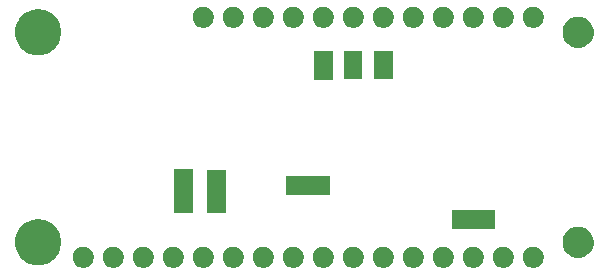
<source format=gbr>
G04 #@! TF.GenerationSoftware,KiCad,Pcbnew,(5.1.5)-2*
G04 #@! TF.CreationDate,2019-12-06T12:22:02+01:00*
G04 #@! TF.ProjectId,A2BFeatherWing,41324246-6561-4746-9865-7257696e672e,rev?*
G04 #@! TF.SameCoordinates,Original*
G04 #@! TF.FileFunction,Soldermask,Bot*
G04 #@! TF.FilePolarity,Negative*
%FSLAX46Y46*%
G04 Gerber Fmt 4.6, Leading zero omitted, Abs format (unit mm)*
G04 Created by KiCad (PCBNEW (5.1.5)-2) date 2019-12-06 12:22:02*
%MOMM*%
%LPD*%
G04 APERTURE LIST*
%ADD10C,0.100000*%
G04 APERTURE END LIST*
D10*
G36*
X99173512Y-121023927D02*
G01*
X99322812Y-121053624D01*
X99486784Y-121121544D01*
X99634354Y-121220147D01*
X99759853Y-121345646D01*
X99858456Y-121493216D01*
X99926376Y-121657188D01*
X99961000Y-121831259D01*
X99961000Y-122008741D01*
X99926376Y-122182812D01*
X99858456Y-122346784D01*
X99759853Y-122494354D01*
X99634354Y-122619853D01*
X99486784Y-122718456D01*
X99322812Y-122786376D01*
X99173512Y-122816073D01*
X99148742Y-122821000D01*
X98971258Y-122821000D01*
X98946488Y-122816073D01*
X98797188Y-122786376D01*
X98633216Y-122718456D01*
X98485646Y-122619853D01*
X98360147Y-122494354D01*
X98261544Y-122346784D01*
X98193624Y-122182812D01*
X98159000Y-122008741D01*
X98159000Y-121831259D01*
X98193624Y-121657188D01*
X98261544Y-121493216D01*
X98360147Y-121345646D01*
X98485646Y-121220147D01*
X98633216Y-121121544D01*
X98797188Y-121053624D01*
X98946488Y-121023927D01*
X98971258Y-121019000D01*
X99148742Y-121019000D01*
X99173512Y-121023927D01*
G37*
G36*
X96633512Y-121023927D02*
G01*
X96782812Y-121053624D01*
X96946784Y-121121544D01*
X97094354Y-121220147D01*
X97219853Y-121345646D01*
X97318456Y-121493216D01*
X97386376Y-121657188D01*
X97421000Y-121831259D01*
X97421000Y-122008741D01*
X97386376Y-122182812D01*
X97318456Y-122346784D01*
X97219853Y-122494354D01*
X97094354Y-122619853D01*
X96946784Y-122718456D01*
X96782812Y-122786376D01*
X96633512Y-122816073D01*
X96608742Y-122821000D01*
X96431258Y-122821000D01*
X96406488Y-122816073D01*
X96257188Y-122786376D01*
X96093216Y-122718456D01*
X95945646Y-122619853D01*
X95820147Y-122494354D01*
X95721544Y-122346784D01*
X95653624Y-122182812D01*
X95619000Y-122008741D01*
X95619000Y-121831259D01*
X95653624Y-121657188D01*
X95721544Y-121493216D01*
X95820147Y-121345646D01*
X95945646Y-121220147D01*
X96093216Y-121121544D01*
X96257188Y-121053624D01*
X96406488Y-121023927D01*
X96431258Y-121019000D01*
X96608742Y-121019000D01*
X96633512Y-121023927D01*
G37*
G36*
X111873512Y-121023927D02*
G01*
X112022812Y-121053624D01*
X112186784Y-121121544D01*
X112334354Y-121220147D01*
X112459853Y-121345646D01*
X112558456Y-121493216D01*
X112626376Y-121657188D01*
X112661000Y-121831259D01*
X112661000Y-122008741D01*
X112626376Y-122182812D01*
X112558456Y-122346784D01*
X112459853Y-122494354D01*
X112334354Y-122619853D01*
X112186784Y-122718456D01*
X112022812Y-122786376D01*
X111873512Y-122816073D01*
X111848742Y-122821000D01*
X111671258Y-122821000D01*
X111646488Y-122816073D01*
X111497188Y-122786376D01*
X111333216Y-122718456D01*
X111185646Y-122619853D01*
X111060147Y-122494354D01*
X110961544Y-122346784D01*
X110893624Y-122182812D01*
X110859000Y-122008741D01*
X110859000Y-121831259D01*
X110893624Y-121657188D01*
X110961544Y-121493216D01*
X111060147Y-121345646D01*
X111185646Y-121220147D01*
X111333216Y-121121544D01*
X111497188Y-121053624D01*
X111646488Y-121023927D01*
X111671258Y-121019000D01*
X111848742Y-121019000D01*
X111873512Y-121023927D01*
G37*
G36*
X109333512Y-121023927D02*
G01*
X109482812Y-121053624D01*
X109646784Y-121121544D01*
X109794354Y-121220147D01*
X109919853Y-121345646D01*
X110018456Y-121493216D01*
X110086376Y-121657188D01*
X110121000Y-121831259D01*
X110121000Y-122008741D01*
X110086376Y-122182812D01*
X110018456Y-122346784D01*
X109919853Y-122494354D01*
X109794354Y-122619853D01*
X109646784Y-122718456D01*
X109482812Y-122786376D01*
X109333512Y-122816073D01*
X109308742Y-122821000D01*
X109131258Y-122821000D01*
X109106488Y-122816073D01*
X108957188Y-122786376D01*
X108793216Y-122718456D01*
X108645646Y-122619853D01*
X108520147Y-122494354D01*
X108421544Y-122346784D01*
X108353624Y-122182812D01*
X108319000Y-122008741D01*
X108319000Y-121831259D01*
X108353624Y-121657188D01*
X108421544Y-121493216D01*
X108520147Y-121345646D01*
X108645646Y-121220147D01*
X108793216Y-121121544D01*
X108957188Y-121053624D01*
X109106488Y-121023927D01*
X109131258Y-121019000D01*
X109308742Y-121019000D01*
X109333512Y-121023927D01*
G37*
G36*
X106793512Y-121023927D02*
G01*
X106942812Y-121053624D01*
X107106784Y-121121544D01*
X107254354Y-121220147D01*
X107379853Y-121345646D01*
X107478456Y-121493216D01*
X107546376Y-121657188D01*
X107581000Y-121831259D01*
X107581000Y-122008741D01*
X107546376Y-122182812D01*
X107478456Y-122346784D01*
X107379853Y-122494354D01*
X107254354Y-122619853D01*
X107106784Y-122718456D01*
X106942812Y-122786376D01*
X106793512Y-122816073D01*
X106768742Y-122821000D01*
X106591258Y-122821000D01*
X106566488Y-122816073D01*
X106417188Y-122786376D01*
X106253216Y-122718456D01*
X106105646Y-122619853D01*
X105980147Y-122494354D01*
X105881544Y-122346784D01*
X105813624Y-122182812D01*
X105779000Y-122008741D01*
X105779000Y-121831259D01*
X105813624Y-121657188D01*
X105881544Y-121493216D01*
X105980147Y-121345646D01*
X106105646Y-121220147D01*
X106253216Y-121121544D01*
X106417188Y-121053624D01*
X106566488Y-121023927D01*
X106591258Y-121019000D01*
X106768742Y-121019000D01*
X106793512Y-121023927D01*
G37*
G36*
X104253512Y-121023927D02*
G01*
X104402812Y-121053624D01*
X104566784Y-121121544D01*
X104714354Y-121220147D01*
X104839853Y-121345646D01*
X104938456Y-121493216D01*
X105006376Y-121657188D01*
X105041000Y-121831259D01*
X105041000Y-122008741D01*
X105006376Y-122182812D01*
X104938456Y-122346784D01*
X104839853Y-122494354D01*
X104714354Y-122619853D01*
X104566784Y-122718456D01*
X104402812Y-122786376D01*
X104253512Y-122816073D01*
X104228742Y-122821000D01*
X104051258Y-122821000D01*
X104026488Y-122816073D01*
X103877188Y-122786376D01*
X103713216Y-122718456D01*
X103565646Y-122619853D01*
X103440147Y-122494354D01*
X103341544Y-122346784D01*
X103273624Y-122182812D01*
X103239000Y-122008741D01*
X103239000Y-121831259D01*
X103273624Y-121657188D01*
X103341544Y-121493216D01*
X103440147Y-121345646D01*
X103565646Y-121220147D01*
X103713216Y-121121544D01*
X103877188Y-121053624D01*
X104026488Y-121023927D01*
X104051258Y-121019000D01*
X104228742Y-121019000D01*
X104253512Y-121023927D01*
G37*
G36*
X101713512Y-121023927D02*
G01*
X101862812Y-121053624D01*
X102026784Y-121121544D01*
X102174354Y-121220147D01*
X102299853Y-121345646D01*
X102398456Y-121493216D01*
X102466376Y-121657188D01*
X102501000Y-121831259D01*
X102501000Y-122008741D01*
X102466376Y-122182812D01*
X102398456Y-122346784D01*
X102299853Y-122494354D01*
X102174354Y-122619853D01*
X102026784Y-122718456D01*
X101862812Y-122786376D01*
X101713512Y-122816073D01*
X101688742Y-122821000D01*
X101511258Y-122821000D01*
X101486488Y-122816073D01*
X101337188Y-122786376D01*
X101173216Y-122718456D01*
X101025646Y-122619853D01*
X100900147Y-122494354D01*
X100801544Y-122346784D01*
X100733624Y-122182812D01*
X100699000Y-122008741D01*
X100699000Y-121831259D01*
X100733624Y-121657188D01*
X100801544Y-121493216D01*
X100900147Y-121345646D01*
X101025646Y-121220147D01*
X101173216Y-121121544D01*
X101337188Y-121053624D01*
X101486488Y-121023927D01*
X101511258Y-121019000D01*
X101688742Y-121019000D01*
X101713512Y-121023927D01*
G37*
G36*
X73773512Y-121023927D02*
G01*
X73922812Y-121053624D01*
X74086784Y-121121544D01*
X74234354Y-121220147D01*
X74359853Y-121345646D01*
X74458456Y-121493216D01*
X74526376Y-121657188D01*
X74561000Y-121831259D01*
X74561000Y-122008741D01*
X74526376Y-122182812D01*
X74458456Y-122346784D01*
X74359853Y-122494354D01*
X74234354Y-122619853D01*
X74086784Y-122718456D01*
X73922812Y-122786376D01*
X73773512Y-122816073D01*
X73748742Y-122821000D01*
X73571258Y-122821000D01*
X73546488Y-122816073D01*
X73397188Y-122786376D01*
X73233216Y-122718456D01*
X73085646Y-122619853D01*
X72960147Y-122494354D01*
X72861544Y-122346784D01*
X72793624Y-122182812D01*
X72759000Y-122008741D01*
X72759000Y-121831259D01*
X72793624Y-121657188D01*
X72861544Y-121493216D01*
X72960147Y-121345646D01*
X73085646Y-121220147D01*
X73233216Y-121121544D01*
X73397188Y-121053624D01*
X73546488Y-121023927D01*
X73571258Y-121019000D01*
X73748742Y-121019000D01*
X73773512Y-121023927D01*
G37*
G36*
X94093512Y-121023927D02*
G01*
X94242812Y-121053624D01*
X94406784Y-121121544D01*
X94554354Y-121220147D01*
X94679853Y-121345646D01*
X94778456Y-121493216D01*
X94846376Y-121657188D01*
X94881000Y-121831259D01*
X94881000Y-122008741D01*
X94846376Y-122182812D01*
X94778456Y-122346784D01*
X94679853Y-122494354D01*
X94554354Y-122619853D01*
X94406784Y-122718456D01*
X94242812Y-122786376D01*
X94093512Y-122816073D01*
X94068742Y-122821000D01*
X93891258Y-122821000D01*
X93866488Y-122816073D01*
X93717188Y-122786376D01*
X93553216Y-122718456D01*
X93405646Y-122619853D01*
X93280147Y-122494354D01*
X93181544Y-122346784D01*
X93113624Y-122182812D01*
X93079000Y-122008741D01*
X93079000Y-121831259D01*
X93113624Y-121657188D01*
X93181544Y-121493216D01*
X93280147Y-121345646D01*
X93405646Y-121220147D01*
X93553216Y-121121544D01*
X93717188Y-121053624D01*
X93866488Y-121023927D01*
X93891258Y-121019000D01*
X94068742Y-121019000D01*
X94093512Y-121023927D01*
G37*
G36*
X91553512Y-121023927D02*
G01*
X91702812Y-121053624D01*
X91866784Y-121121544D01*
X92014354Y-121220147D01*
X92139853Y-121345646D01*
X92238456Y-121493216D01*
X92306376Y-121657188D01*
X92341000Y-121831259D01*
X92341000Y-122008741D01*
X92306376Y-122182812D01*
X92238456Y-122346784D01*
X92139853Y-122494354D01*
X92014354Y-122619853D01*
X91866784Y-122718456D01*
X91702812Y-122786376D01*
X91553512Y-122816073D01*
X91528742Y-122821000D01*
X91351258Y-122821000D01*
X91326488Y-122816073D01*
X91177188Y-122786376D01*
X91013216Y-122718456D01*
X90865646Y-122619853D01*
X90740147Y-122494354D01*
X90641544Y-122346784D01*
X90573624Y-122182812D01*
X90539000Y-122008741D01*
X90539000Y-121831259D01*
X90573624Y-121657188D01*
X90641544Y-121493216D01*
X90740147Y-121345646D01*
X90865646Y-121220147D01*
X91013216Y-121121544D01*
X91177188Y-121053624D01*
X91326488Y-121023927D01*
X91351258Y-121019000D01*
X91528742Y-121019000D01*
X91553512Y-121023927D01*
G37*
G36*
X89013512Y-121023927D02*
G01*
X89162812Y-121053624D01*
X89326784Y-121121544D01*
X89474354Y-121220147D01*
X89599853Y-121345646D01*
X89698456Y-121493216D01*
X89766376Y-121657188D01*
X89801000Y-121831259D01*
X89801000Y-122008741D01*
X89766376Y-122182812D01*
X89698456Y-122346784D01*
X89599853Y-122494354D01*
X89474354Y-122619853D01*
X89326784Y-122718456D01*
X89162812Y-122786376D01*
X89013512Y-122816073D01*
X88988742Y-122821000D01*
X88811258Y-122821000D01*
X88786488Y-122816073D01*
X88637188Y-122786376D01*
X88473216Y-122718456D01*
X88325646Y-122619853D01*
X88200147Y-122494354D01*
X88101544Y-122346784D01*
X88033624Y-122182812D01*
X87999000Y-122008741D01*
X87999000Y-121831259D01*
X88033624Y-121657188D01*
X88101544Y-121493216D01*
X88200147Y-121345646D01*
X88325646Y-121220147D01*
X88473216Y-121121544D01*
X88637188Y-121053624D01*
X88786488Y-121023927D01*
X88811258Y-121019000D01*
X88988742Y-121019000D01*
X89013512Y-121023927D01*
G37*
G36*
X86473512Y-121023927D02*
G01*
X86622812Y-121053624D01*
X86786784Y-121121544D01*
X86934354Y-121220147D01*
X87059853Y-121345646D01*
X87158456Y-121493216D01*
X87226376Y-121657188D01*
X87261000Y-121831259D01*
X87261000Y-122008741D01*
X87226376Y-122182812D01*
X87158456Y-122346784D01*
X87059853Y-122494354D01*
X86934354Y-122619853D01*
X86786784Y-122718456D01*
X86622812Y-122786376D01*
X86473512Y-122816073D01*
X86448742Y-122821000D01*
X86271258Y-122821000D01*
X86246488Y-122816073D01*
X86097188Y-122786376D01*
X85933216Y-122718456D01*
X85785646Y-122619853D01*
X85660147Y-122494354D01*
X85561544Y-122346784D01*
X85493624Y-122182812D01*
X85459000Y-122008741D01*
X85459000Y-121831259D01*
X85493624Y-121657188D01*
X85561544Y-121493216D01*
X85660147Y-121345646D01*
X85785646Y-121220147D01*
X85933216Y-121121544D01*
X86097188Y-121053624D01*
X86246488Y-121023927D01*
X86271258Y-121019000D01*
X86448742Y-121019000D01*
X86473512Y-121023927D01*
G37*
G36*
X83933512Y-121023927D02*
G01*
X84082812Y-121053624D01*
X84246784Y-121121544D01*
X84394354Y-121220147D01*
X84519853Y-121345646D01*
X84618456Y-121493216D01*
X84686376Y-121657188D01*
X84721000Y-121831259D01*
X84721000Y-122008741D01*
X84686376Y-122182812D01*
X84618456Y-122346784D01*
X84519853Y-122494354D01*
X84394354Y-122619853D01*
X84246784Y-122718456D01*
X84082812Y-122786376D01*
X83933512Y-122816073D01*
X83908742Y-122821000D01*
X83731258Y-122821000D01*
X83706488Y-122816073D01*
X83557188Y-122786376D01*
X83393216Y-122718456D01*
X83245646Y-122619853D01*
X83120147Y-122494354D01*
X83021544Y-122346784D01*
X82953624Y-122182812D01*
X82919000Y-122008741D01*
X82919000Y-121831259D01*
X82953624Y-121657188D01*
X83021544Y-121493216D01*
X83120147Y-121345646D01*
X83245646Y-121220147D01*
X83393216Y-121121544D01*
X83557188Y-121053624D01*
X83706488Y-121023927D01*
X83731258Y-121019000D01*
X83908742Y-121019000D01*
X83933512Y-121023927D01*
G37*
G36*
X81393512Y-121023927D02*
G01*
X81542812Y-121053624D01*
X81706784Y-121121544D01*
X81854354Y-121220147D01*
X81979853Y-121345646D01*
X82078456Y-121493216D01*
X82146376Y-121657188D01*
X82181000Y-121831259D01*
X82181000Y-122008741D01*
X82146376Y-122182812D01*
X82078456Y-122346784D01*
X81979853Y-122494354D01*
X81854354Y-122619853D01*
X81706784Y-122718456D01*
X81542812Y-122786376D01*
X81393512Y-122816073D01*
X81368742Y-122821000D01*
X81191258Y-122821000D01*
X81166488Y-122816073D01*
X81017188Y-122786376D01*
X80853216Y-122718456D01*
X80705646Y-122619853D01*
X80580147Y-122494354D01*
X80481544Y-122346784D01*
X80413624Y-122182812D01*
X80379000Y-122008741D01*
X80379000Y-121831259D01*
X80413624Y-121657188D01*
X80481544Y-121493216D01*
X80580147Y-121345646D01*
X80705646Y-121220147D01*
X80853216Y-121121544D01*
X81017188Y-121053624D01*
X81166488Y-121023927D01*
X81191258Y-121019000D01*
X81368742Y-121019000D01*
X81393512Y-121023927D01*
G37*
G36*
X78853512Y-121023927D02*
G01*
X79002812Y-121053624D01*
X79166784Y-121121544D01*
X79314354Y-121220147D01*
X79439853Y-121345646D01*
X79538456Y-121493216D01*
X79606376Y-121657188D01*
X79641000Y-121831259D01*
X79641000Y-122008741D01*
X79606376Y-122182812D01*
X79538456Y-122346784D01*
X79439853Y-122494354D01*
X79314354Y-122619853D01*
X79166784Y-122718456D01*
X79002812Y-122786376D01*
X78853512Y-122816073D01*
X78828742Y-122821000D01*
X78651258Y-122821000D01*
X78626488Y-122816073D01*
X78477188Y-122786376D01*
X78313216Y-122718456D01*
X78165646Y-122619853D01*
X78040147Y-122494354D01*
X77941544Y-122346784D01*
X77873624Y-122182812D01*
X77839000Y-122008741D01*
X77839000Y-121831259D01*
X77873624Y-121657188D01*
X77941544Y-121493216D01*
X78040147Y-121345646D01*
X78165646Y-121220147D01*
X78313216Y-121121544D01*
X78477188Y-121053624D01*
X78626488Y-121023927D01*
X78651258Y-121019000D01*
X78828742Y-121019000D01*
X78853512Y-121023927D01*
G37*
G36*
X76313512Y-121023927D02*
G01*
X76462812Y-121053624D01*
X76626784Y-121121544D01*
X76774354Y-121220147D01*
X76899853Y-121345646D01*
X76998456Y-121493216D01*
X77066376Y-121657188D01*
X77101000Y-121831259D01*
X77101000Y-122008741D01*
X77066376Y-122182812D01*
X76998456Y-122346784D01*
X76899853Y-122494354D01*
X76774354Y-122619853D01*
X76626784Y-122718456D01*
X76462812Y-122786376D01*
X76313512Y-122816073D01*
X76288742Y-122821000D01*
X76111258Y-122821000D01*
X76086488Y-122816073D01*
X75937188Y-122786376D01*
X75773216Y-122718456D01*
X75625646Y-122619853D01*
X75500147Y-122494354D01*
X75401544Y-122346784D01*
X75333624Y-122182812D01*
X75299000Y-122008741D01*
X75299000Y-121831259D01*
X75333624Y-121657188D01*
X75401544Y-121493216D01*
X75500147Y-121345646D01*
X75625646Y-121220147D01*
X75773216Y-121121544D01*
X75937188Y-121053624D01*
X76086488Y-121023927D01*
X76111258Y-121019000D01*
X76288742Y-121019000D01*
X76313512Y-121023927D01*
G37*
G36*
X70294579Y-118744112D02*
G01*
X70420544Y-118769168D01*
X70567991Y-118830243D01*
X70776512Y-118916615D01*
X70776513Y-118916616D01*
X71096877Y-119130676D01*
X71369324Y-119403123D01*
X71434723Y-119501000D01*
X71583385Y-119723488D01*
X71730832Y-120079457D01*
X71806000Y-120457349D01*
X71806000Y-120842651D01*
X71730832Y-121220543D01*
X71583385Y-121576512D01*
X71583384Y-121576513D01*
X71369324Y-121896877D01*
X71096877Y-122169324D01*
X70882816Y-122312355D01*
X70776512Y-122383385D01*
X70567991Y-122469757D01*
X70420544Y-122530832D01*
X70294579Y-122555888D01*
X70042651Y-122606000D01*
X69657349Y-122606000D01*
X69405421Y-122555888D01*
X69279456Y-122530832D01*
X69132009Y-122469757D01*
X68923488Y-122383385D01*
X68817184Y-122312355D01*
X68603123Y-122169324D01*
X68330676Y-121896877D01*
X68116616Y-121576513D01*
X68116615Y-121576512D01*
X67969168Y-121220543D01*
X67894000Y-120842651D01*
X67894000Y-120457349D01*
X67969168Y-120079457D01*
X68116615Y-119723488D01*
X68265277Y-119501000D01*
X68330676Y-119403123D01*
X68603123Y-119130676D01*
X68923487Y-118916616D01*
X68923488Y-118916615D01*
X69132009Y-118830243D01*
X69279456Y-118769168D01*
X69405421Y-118744112D01*
X69657349Y-118694000D01*
X70042651Y-118694000D01*
X70294579Y-118744112D01*
G37*
G36*
X115827714Y-119354382D02*
G01*
X115955322Y-119379765D01*
X116096148Y-119438097D01*
X116195727Y-119479344D01*
X116195728Y-119479345D01*
X116412089Y-119623912D01*
X116596088Y-119807911D01*
X116692685Y-119952479D01*
X116740656Y-120024273D01*
X116763513Y-120079456D01*
X116840235Y-120264678D01*
X116840235Y-120264680D01*
X116891000Y-120519891D01*
X116891000Y-120780109D01*
X116865618Y-120907714D01*
X116840235Y-121035322D01*
X116804520Y-121121544D01*
X116740656Y-121275727D01*
X116740655Y-121275728D01*
X116596088Y-121492089D01*
X116412089Y-121676088D01*
X116267521Y-121772685D01*
X116195727Y-121820656D01*
X116096148Y-121861903D01*
X115955322Y-121920235D01*
X115827715Y-121945617D01*
X115700109Y-121971000D01*
X115439891Y-121971000D01*
X115312285Y-121945617D01*
X115184678Y-121920235D01*
X115043852Y-121861903D01*
X114944273Y-121820656D01*
X114872479Y-121772685D01*
X114727911Y-121676088D01*
X114543912Y-121492089D01*
X114399345Y-121275728D01*
X114399344Y-121275727D01*
X114335480Y-121121544D01*
X114299765Y-121035322D01*
X114274382Y-120907714D01*
X114249000Y-120780109D01*
X114249000Y-120519891D01*
X114299765Y-120264680D01*
X114299765Y-120264678D01*
X114376487Y-120079456D01*
X114399344Y-120024273D01*
X114447315Y-119952479D01*
X114543912Y-119807911D01*
X114727911Y-119623912D01*
X114944272Y-119479345D01*
X114944273Y-119479344D01*
X115043852Y-119438097D01*
X115184678Y-119379765D01*
X115312286Y-119354382D01*
X115439891Y-119329000D01*
X115700109Y-119329000D01*
X115827714Y-119354382D01*
G37*
G36*
X108551000Y-119501000D02*
G01*
X104849000Y-119501000D01*
X104849000Y-117899000D01*
X108551000Y-117899000D01*
X108551000Y-119501000D01*
G37*
G36*
X85751000Y-118201000D02*
G01*
X84149000Y-118201000D01*
X84149000Y-114499000D01*
X85751000Y-114499000D01*
X85751000Y-118201000D01*
G37*
G36*
X82976000Y-118176000D02*
G01*
X81374000Y-118176000D01*
X81374000Y-114474000D01*
X82976000Y-114474000D01*
X82976000Y-118176000D01*
G37*
G36*
X94526000Y-116651000D02*
G01*
X90824000Y-116651000D01*
X90824000Y-115049000D01*
X94526000Y-115049000D01*
X94526000Y-116651000D01*
G37*
G36*
X94781000Y-106901000D02*
G01*
X93179000Y-106901000D01*
X93179000Y-104499000D01*
X94781000Y-104499000D01*
X94781000Y-106901000D01*
G37*
G36*
X97301000Y-106865000D02*
G01*
X95699000Y-106865000D01*
X95699000Y-104463000D01*
X97301000Y-104463000D01*
X97301000Y-106865000D01*
G37*
G36*
X99861000Y-106865000D02*
G01*
X98259000Y-106865000D01*
X98259000Y-104463000D01*
X99861000Y-104463000D01*
X99861000Y-106865000D01*
G37*
G36*
X70294579Y-100964112D02*
G01*
X70420544Y-100989168D01*
X70567991Y-101050243D01*
X70776512Y-101136615D01*
X70776513Y-101136616D01*
X71096877Y-101350676D01*
X71369324Y-101623123D01*
X71512355Y-101837184D01*
X71583385Y-101943488D01*
X71730832Y-102299457D01*
X71806000Y-102677349D01*
X71806000Y-103062651D01*
X71730832Y-103440543D01*
X71583385Y-103796512D01*
X71583384Y-103796513D01*
X71369324Y-104116877D01*
X71096877Y-104389324D01*
X70932735Y-104499000D01*
X70776512Y-104603385D01*
X70567991Y-104689757D01*
X70420544Y-104750832D01*
X70294579Y-104775888D01*
X70042651Y-104826000D01*
X69657349Y-104826000D01*
X69405421Y-104775888D01*
X69279456Y-104750832D01*
X69132009Y-104689757D01*
X68923488Y-104603385D01*
X68767265Y-104499000D01*
X68603123Y-104389324D01*
X68330676Y-104116877D01*
X68116616Y-103796513D01*
X68116615Y-103796512D01*
X67969168Y-103440543D01*
X67894000Y-103062651D01*
X67894000Y-102677349D01*
X67969168Y-102299457D01*
X68116615Y-101943488D01*
X68187645Y-101837184D01*
X68330676Y-101623123D01*
X68603123Y-101350676D01*
X68923487Y-101136616D01*
X68923488Y-101136615D01*
X69132009Y-101050243D01*
X69279456Y-100989168D01*
X69405421Y-100964112D01*
X69657349Y-100914000D01*
X70042651Y-100914000D01*
X70294579Y-100964112D01*
G37*
G36*
X115827715Y-101574383D02*
G01*
X115955322Y-101599765D01*
X116096148Y-101658097D01*
X116195727Y-101699344D01*
X116195728Y-101699345D01*
X116412089Y-101843912D01*
X116596088Y-102027911D01*
X116692685Y-102172479D01*
X116740656Y-102244273D01*
X116763513Y-102299456D01*
X116840235Y-102484678D01*
X116865617Y-102612285D01*
X116891000Y-102739891D01*
X116891000Y-103000109D01*
X116865618Y-103127714D01*
X116840235Y-103255322D01*
X116781903Y-103396148D01*
X116740656Y-103495727D01*
X116740655Y-103495728D01*
X116596088Y-103712089D01*
X116412089Y-103896088D01*
X116267521Y-103992685D01*
X116195727Y-104040656D01*
X116096148Y-104081903D01*
X115955322Y-104140235D01*
X115827715Y-104165617D01*
X115700109Y-104191000D01*
X115439891Y-104191000D01*
X115312285Y-104165617D01*
X115184678Y-104140235D01*
X115043852Y-104081903D01*
X114944273Y-104040656D01*
X114872479Y-103992685D01*
X114727911Y-103896088D01*
X114543912Y-103712089D01*
X114399345Y-103495728D01*
X114399344Y-103495727D01*
X114358097Y-103396148D01*
X114299765Y-103255322D01*
X114274382Y-103127714D01*
X114249000Y-103000109D01*
X114249000Y-102739891D01*
X114274382Y-102612286D01*
X114299765Y-102484678D01*
X114376487Y-102299456D01*
X114399344Y-102244273D01*
X114447315Y-102172479D01*
X114543912Y-102027911D01*
X114727911Y-101843912D01*
X114944272Y-101699345D01*
X114944273Y-101699344D01*
X115043852Y-101658097D01*
X115184678Y-101599765D01*
X115312285Y-101574383D01*
X115439891Y-101549000D01*
X115700109Y-101549000D01*
X115827715Y-101574383D01*
G37*
G36*
X96633512Y-100703927D02*
G01*
X96782812Y-100733624D01*
X96946784Y-100801544D01*
X97094354Y-100900147D01*
X97219853Y-101025646D01*
X97318456Y-101173216D01*
X97386376Y-101337188D01*
X97421000Y-101511259D01*
X97421000Y-101688741D01*
X97386376Y-101862812D01*
X97318456Y-102026784D01*
X97219853Y-102174354D01*
X97094354Y-102299853D01*
X96946784Y-102398456D01*
X96782812Y-102466376D01*
X96633512Y-102496073D01*
X96608742Y-102501000D01*
X96431258Y-102501000D01*
X96406488Y-102496073D01*
X96257188Y-102466376D01*
X96093216Y-102398456D01*
X95945646Y-102299853D01*
X95820147Y-102174354D01*
X95721544Y-102026784D01*
X95653624Y-101862812D01*
X95619000Y-101688741D01*
X95619000Y-101511259D01*
X95653624Y-101337188D01*
X95721544Y-101173216D01*
X95820147Y-101025646D01*
X95945646Y-100900147D01*
X96093216Y-100801544D01*
X96257188Y-100733624D01*
X96406488Y-100703927D01*
X96431258Y-100699000D01*
X96608742Y-100699000D01*
X96633512Y-100703927D01*
G37*
G36*
X99173512Y-100703927D02*
G01*
X99322812Y-100733624D01*
X99486784Y-100801544D01*
X99634354Y-100900147D01*
X99759853Y-101025646D01*
X99858456Y-101173216D01*
X99926376Y-101337188D01*
X99961000Y-101511259D01*
X99961000Y-101688741D01*
X99926376Y-101862812D01*
X99858456Y-102026784D01*
X99759853Y-102174354D01*
X99634354Y-102299853D01*
X99486784Y-102398456D01*
X99322812Y-102466376D01*
X99173512Y-102496073D01*
X99148742Y-102501000D01*
X98971258Y-102501000D01*
X98946488Y-102496073D01*
X98797188Y-102466376D01*
X98633216Y-102398456D01*
X98485646Y-102299853D01*
X98360147Y-102174354D01*
X98261544Y-102026784D01*
X98193624Y-101862812D01*
X98159000Y-101688741D01*
X98159000Y-101511259D01*
X98193624Y-101337188D01*
X98261544Y-101173216D01*
X98360147Y-101025646D01*
X98485646Y-100900147D01*
X98633216Y-100801544D01*
X98797188Y-100733624D01*
X98946488Y-100703927D01*
X98971258Y-100699000D01*
X99148742Y-100699000D01*
X99173512Y-100703927D01*
G37*
G36*
X101713512Y-100703927D02*
G01*
X101862812Y-100733624D01*
X102026784Y-100801544D01*
X102174354Y-100900147D01*
X102299853Y-101025646D01*
X102398456Y-101173216D01*
X102466376Y-101337188D01*
X102501000Y-101511259D01*
X102501000Y-101688741D01*
X102466376Y-101862812D01*
X102398456Y-102026784D01*
X102299853Y-102174354D01*
X102174354Y-102299853D01*
X102026784Y-102398456D01*
X101862812Y-102466376D01*
X101713512Y-102496073D01*
X101688742Y-102501000D01*
X101511258Y-102501000D01*
X101486488Y-102496073D01*
X101337188Y-102466376D01*
X101173216Y-102398456D01*
X101025646Y-102299853D01*
X100900147Y-102174354D01*
X100801544Y-102026784D01*
X100733624Y-101862812D01*
X100699000Y-101688741D01*
X100699000Y-101511259D01*
X100733624Y-101337188D01*
X100801544Y-101173216D01*
X100900147Y-101025646D01*
X101025646Y-100900147D01*
X101173216Y-100801544D01*
X101337188Y-100733624D01*
X101486488Y-100703927D01*
X101511258Y-100699000D01*
X101688742Y-100699000D01*
X101713512Y-100703927D01*
G37*
G36*
X94093512Y-100703927D02*
G01*
X94242812Y-100733624D01*
X94406784Y-100801544D01*
X94554354Y-100900147D01*
X94679853Y-101025646D01*
X94778456Y-101173216D01*
X94846376Y-101337188D01*
X94881000Y-101511259D01*
X94881000Y-101688741D01*
X94846376Y-101862812D01*
X94778456Y-102026784D01*
X94679853Y-102174354D01*
X94554354Y-102299853D01*
X94406784Y-102398456D01*
X94242812Y-102466376D01*
X94093512Y-102496073D01*
X94068742Y-102501000D01*
X93891258Y-102501000D01*
X93866488Y-102496073D01*
X93717188Y-102466376D01*
X93553216Y-102398456D01*
X93405646Y-102299853D01*
X93280147Y-102174354D01*
X93181544Y-102026784D01*
X93113624Y-101862812D01*
X93079000Y-101688741D01*
X93079000Y-101511259D01*
X93113624Y-101337188D01*
X93181544Y-101173216D01*
X93280147Y-101025646D01*
X93405646Y-100900147D01*
X93553216Y-100801544D01*
X93717188Y-100733624D01*
X93866488Y-100703927D01*
X93891258Y-100699000D01*
X94068742Y-100699000D01*
X94093512Y-100703927D01*
G37*
G36*
X106793512Y-100703927D02*
G01*
X106942812Y-100733624D01*
X107106784Y-100801544D01*
X107254354Y-100900147D01*
X107379853Y-101025646D01*
X107478456Y-101173216D01*
X107546376Y-101337188D01*
X107581000Y-101511259D01*
X107581000Y-101688741D01*
X107546376Y-101862812D01*
X107478456Y-102026784D01*
X107379853Y-102174354D01*
X107254354Y-102299853D01*
X107106784Y-102398456D01*
X106942812Y-102466376D01*
X106793512Y-102496073D01*
X106768742Y-102501000D01*
X106591258Y-102501000D01*
X106566488Y-102496073D01*
X106417188Y-102466376D01*
X106253216Y-102398456D01*
X106105646Y-102299853D01*
X105980147Y-102174354D01*
X105881544Y-102026784D01*
X105813624Y-101862812D01*
X105779000Y-101688741D01*
X105779000Y-101511259D01*
X105813624Y-101337188D01*
X105881544Y-101173216D01*
X105980147Y-101025646D01*
X106105646Y-100900147D01*
X106253216Y-100801544D01*
X106417188Y-100733624D01*
X106566488Y-100703927D01*
X106591258Y-100699000D01*
X106768742Y-100699000D01*
X106793512Y-100703927D01*
G37*
G36*
X109333512Y-100703927D02*
G01*
X109482812Y-100733624D01*
X109646784Y-100801544D01*
X109794354Y-100900147D01*
X109919853Y-101025646D01*
X110018456Y-101173216D01*
X110086376Y-101337188D01*
X110121000Y-101511259D01*
X110121000Y-101688741D01*
X110086376Y-101862812D01*
X110018456Y-102026784D01*
X109919853Y-102174354D01*
X109794354Y-102299853D01*
X109646784Y-102398456D01*
X109482812Y-102466376D01*
X109333512Y-102496073D01*
X109308742Y-102501000D01*
X109131258Y-102501000D01*
X109106488Y-102496073D01*
X108957188Y-102466376D01*
X108793216Y-102398456D01*
X108645646Y-102299853D01*
X108520147Y-102174354D01*
X108421544Y-102026784D01*
X108353624Y-101862812D01*
X108319000Y-101688741D01*
X108319000Y-101511259D01*
X108353624Y-101337188D01*
X108421544Y-101173216D01*
X108520147Y-101025646D01*
X108645646Y-100900147D01*
X108793216Y-100801544D01*
X108957188Y-100733624D01*
X109106488Y-100703927D01*
X109131258Y-100699000D01*
X109308742Y-100699000D01*
X109333512Y-100703927D01*
G37*
G36*
X111873512Y-100703927D02*
G01*
X112022812Y-100733624D01*
X112186784Y-100801544D01*
X112334354Y-100900147D01*
X112459853Y-101025646D01*
X112558456Y-101173216D01*
X112626376Y-101337188D01*
X112661000Y-101511259D01*
X112661000Y-101688741D01*
X112626376Y-101862812D01*
X112558456Y-102026784D01*
X112459853Y-102174354D01*
X112334354Y-102299853D01*
X112186784Y-102398456D01*
X112022812Y-102466376D01*
X111873512Y-102496073D01*
X111848742Y-102501000D01*
X111671258Y-102501000D01*
X111646488Y-102496073D01*
X111497188Y-102466376D01*
X111333216Y-102398456D01*
X111185646Y-102299853D01*
X111060147Y-102174354D01*
X110961544Y-102026784D01*
X110893624Y-101862812D01*
X110859000Y-101688741D01*
X110859000Y-101511259D01*
X110893624Y-101337188D01*
X110961544Y-101173216D01*
X111060147Y-101025646D01*
X111185646Y-100900147D01*
X111333216Y-100801544D01*
X111497188Y-100733624D01*
X111646488Y-100703927D01*
X111671258Y-100699000D01*
X111848742Y-100699000D01*
X111873512Y-100703927D01*
G37*
G36*
X91553512Y-100703927D02*
G01*
X91702812Y-100733624D01*
X91866784Y-100801544D01*
X92014354Y-100900147D01*
X92139853Y-101025646D01*
X92238456Y-101173216D01*
X92306376Y-101337188D01*
X92341000Y-101511259D01*
X92341000Y-101688741D01*
X92306376Y-101862812D01*
X92238456Y-102026784D01*
X92139853Y-102174354D01*
X92014354Y-102299853D01*
X91866784Y-102398456D01*
X91702812Y-102466376D01*
X91553512Y-102496073D01*
X91528742Y-102501000D01*
X91351258Y-102501000D01*
X91326488Y-102496073D01*
X91177188Y-102466376D01*
X91013216Y-102398456D01*
X90865646Y-102299853D01*
X90740147Y-102174354D01*
X90641544Y-102026784D01*
X90573624Y-101862812D01*
X90539000Y-101688741D01*
X90539000Y-101511259D01*
X90573624Y-101337188D01*
X90641544Y-101173216D01*
X90740147Y-101025646D01*
X90865646Y-100900147D01*
X91013216Y-100801544D01*
X91177188Y-100733624D01*
X91326488Y-100703927D01*
X91351258Y-100699000D01*
X91528742Y-100699000D01*
X91553512Y-100703927D01*
G37*
G36*
X89013512Y-100703927D02*
G01*
X89162812Y-100733624D01*
X89326784Y-100801544D01*
X89474354Y-100900147D01*
X89599853Y-101025646D01*
X89698456Y-101173216D01*
X89766376Y-101337188D01*
X89801000Y-101511259D01*
X89801000Y-101688741D01*
X89766376Y-101862812D01*
X89698456Y-102026784D01*
X89599853Y-102174354D01*
X89474354Y-102299853D01*
X89326784Y-102398456D01*
X89162812Y-102466376D01*
X89013512Y-102496073D01*
X88988742Y-102501000D01*
X88811258Y-102501000D01*
X88786488Y-102496073D01*
X88637188Y-102466376D01*
X88473216Y-102398456D01*
X88325646Y-102299853D01*
X88200147Y-102174354D01*
X88101544Y-102026784D01*
X88033624Y-101862812D01*
X87999000Y-101688741D01*
X87999000Y-101511259D01*
X88033624Y-101337188D01*
X88101544Y-101173216D01*
X88200147Y-101025646D01*
X88325646Y-100900147D01*
X88473216Y-100801544D01*
X88637188Y-100733624D01*
X88786488Y-100703927D01*
X88811258Y-100699000D01*
X88988742Y-100699000D01*
X89013512Y-100703927D01*
G37*
G36*
X86473512Y-100703927D02*
G01*
X86622812Y-100733624D01*
X86786784Y-100801544D01*
X86934354Y-100900147D01*
X87059853Y-101025646D01*
X87158456Y-101173216D01*
X87226376Y-101337188D01*
X87261000Y-101511259D01*
X87261000Y-101688741D01*
X87226376Y-101862812D01*
X87158456Y-102026784D01*
X87059853Y-102174354D01*
X86934354Y-102299853D01*
X86786784Y-102398456D01*
X86622812Y-102466376D01*
X86473512Y-102496073D01*
X86448742Y-102501000D01*
X86271258Y-102501000D01*
X86246488Y-102496073D01*
X86097188Y-102466376D01*
X85933216Y-102398456D01*
X85785646Y-102299853D01*
X85660147Y-102174354D01*
X85561544Y-102026784D01*
X85493624Y-101862812D01*
X85459000Y-101688741D01*
X85459000Y-101511259D01*
X85493624Y-101337188D01*
X85561544Y-101173216D01*
X85660147Y-101025646D01*
X85785646Y-100900147D01*
X85933216Y-100801544D01*
X86097188Y-100733624D01*
X86246488Y-100703927D01*
X86271258Y-100699000D01*
X86448742Y-100699000D01*
X86473512Y-100703927D01*
G37*
G36*
X83933512Y-100703927D02*
G01*
X84082812Y-100733624D01*
X84246784Y-100801544D01*
X84394354Y-100900147D01*
X84519853Y-101025646D01*
X84618456Y-101173216D01*
X84686376Y-101337188D01*
X84721000Y-101511259D01*
X84721000Y-101688741D01*
X84686376Y-101862812D01*
X84618456Y-102026784D01*
X84519853Y-102174354D01*
X84394354Y-102299853D01*
X84246784Y-102398456D01*
X84082812Y-102466376D01*
X83933512Y-102496073D01*
X83908742Y-102501000D01*
X83731258Y-102501000D01*
X83706488Y-102496073D01*
X83557188Y-102466376D01*
X83393216Y-102398456D01*
X83245646Y-102299853D01*
X83120147Y-102174354D01*
X83021544Y-102026784D01*
X82953624Y-101862812D01*
X82919000Y-101688741D01*
X82919000Y-101511259D01*
X82953624Y-101337188D01*
X83021544Y-101173216D01*
X83120147Y-101025646D01*
X83245646Y-100900147D01*
X83393216Y-100801544D01*
X83557188Y-100733624D01*
X83706488Y-100703927D01*
X83731258Y-100699000D01*
X83908742Y-100699000D01*
X83933512Y-100703927D01*
G37*
G36*
X104253512Y-100703927D02*
G01*
X104402812Y-100733624D01*
X104566784Y-100801544D01*
X104714354Y-100900147D01*
X104839853Y-101025646D01*
X104938456Y-101173216D01*
X105006376Y-101337188D01*
X105041000Y-101511259D01*
X105041000Y-101688741D01*
X105006376Y-101862812D01*
X104938456Y-102026784D01*
X104839853Y-102174354D01*
X104714354Y-102299853D01*
X104566784Y-102398456D01*
X104402812Y-102466376D01*
X104253512Y-102496073D01*
X104228742Y-102501000D01*
X104051258Y-102501000D01*
X104026488Y-102496073D01*
X103877188Y-102466376D01*
X103713216Y-102398456D01*
X103565646Y-102299853D01*
X103440147Y-102174354D01*
X103341544Y-102026784D01*
X103273624Y-101862812D01*
X103239000Y-101688741D01*
X103239000Y-101511259D01*
X103273624Y-101337188D01*
X103341544Y-101173216D01*
X103440147Y-101025646D01*
X103565646Y-100900147D01*
X103713216Y-100801544D01*
X103877188Y-100733624D01*
X104026488Y-100703927D01*
X104051258Y-100699000D01*
X104228742Y-100699000D01*
X104253512Y-100703927D01*
G37*
M02*

</source>
